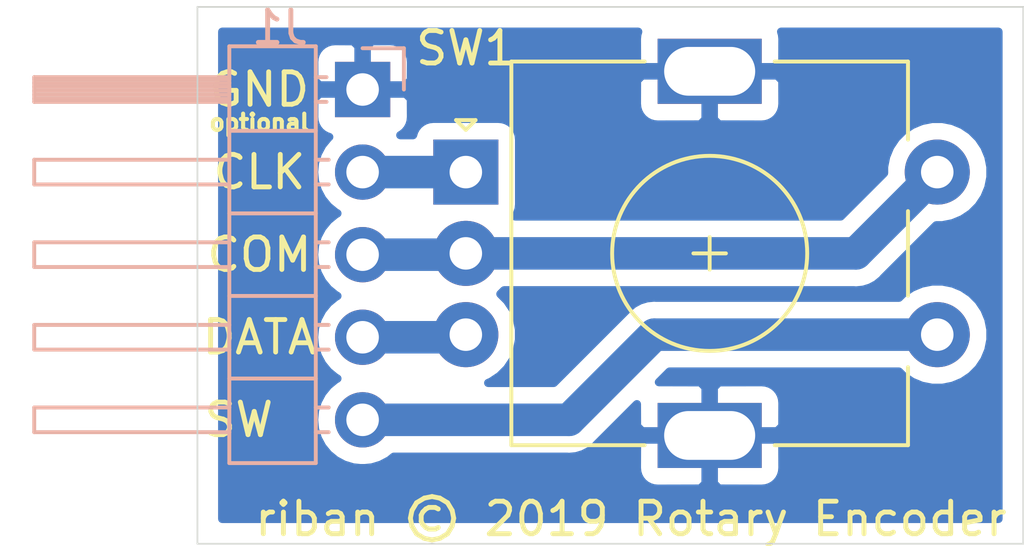
<source format=kicad_pcb>
(kicad_pcb (version 20171130) (host pcbnew "(5.1.0)-1")

  (general
    (thickness 1.6)
    (drawings 11)
    (tracks 12)
    (zones 0)
    (modules 2)
    (nets 6)
  )

  (page A4)
  (layers
    (0 F.Cu signal)
    (31 B.Cu signal)
    (32 B.Adhes user)
    (33 F.Adhes user)
    (34 B.Paste user)
    (35 F.Paste user)
    (36 B.SilkS user)
    (37 F.SilkS user)
    (38 B.Mask user)
    (39 F.Mask user)
    (40 Dwgs.User user)
    (41 Cmts.User user)
    (42 Eco1.User user)
    (43 Eco2.User user)
    (44 Edge.Cuts user)
    (45 Margin user)
    (46 B.CrtYd user)
    (47 F.CrtYd user)
    (48 B.Fab user)
    (49 F.Fab user)
  )

  (setup
    (last_trace_width 0.25)
    (trace_clearance 0.2)
    (zone_clearance 0.508)
    (zone_45_only no)
    (trace_min 0.2)
    (via_size 0.8)
    (via_drill 0.4)
    (via_min_size 0.4)
    (via_min_drill 0.3)
    (uvia_size 0.3)
    (uvia_drill 0.1)
    (uvias_allowed no)
    (uvia_min_size 0.2)
    (uvia_min_drill 0.1)
    (edge_width 0.05)
    (segment_width 0.2)
    (pcb_text_width 0.3)
    (pcb_text_size 1.5 1.5)
    (mod_edge_width 0.12)
    (mod_text_size 1 1)
    (mod_text_width 0.15)
    (pad_size 1.7 1.7)
    (pad_drill 1)
    (pad_to_mask_clearance 0.051)
    (solder_mask_min_width 0.25)
    (aux_axis_origin 0 0)
    (visible_elements 7FFFFFFF)
    (pcbplotparams
      (layerselection 0x010fc_ffffffff)
      (usegerberextensions false)
      (usegerberattributes false)
      (usegerberadvancedattributes false)
      (creategerberjobfile false)
      (excludeedgelayer true)
      (linewidth 0.100000)
      (plotframeref false)
      (viasonmask false)
      (mode 1)
      (useauxorigin false)
      (hpglpennumber 1)
      (hpglpenspeed 20)
      (hpglpendiameter 15.000000)
      (psnegative false)
      (psa4output false)
      (plotreference true)
      (plotvalue true)
      (plotinvisibletext false)
      (padsonsilk false)
      (subtractmaskfromsilk false)
      (outputformat 1)
      (mirror false)
      (drillshape 1)
      (scaleselection 1)
      (outputdirectory ""))
  )

  (net 0 "")
  (net 1 "Net-(J1-Pad2)")
  (net 2 "Net-(J1-Pad3)")
  (net 3 "Net-(J1-Pad4)")
  (net 4 GND)
  (net 5 "Net-(J1-Pad5)")

  (net_class Default "This is the default net class."
    (clearance 0.2)
    (trace_width 0.25)
    (via_dia 0.8)
    (via_drill 0.4)
    (uvia_dia 0.3)
    (uvia_drill 0.1)
    (add_net GND)
    (add_net "Net-(J1-Pad2)")
    (add_net "Net-(J1-Pad3)")
    (add_net "Net-(J1-Pad4)")
    (add_net "Net-(J1-Pad5)")
  )

  (module Rotary_Encoder:RotaryEncoder_Alps_EC11E-Switch_Vertical_H20mm (layer F.Cu) (tedit 5C9FAE74) (tstamp 5C9F3136)
    (at 114.935 49.53)
    (descr "Alps rotary encoder, EC12E... with switch, vertical shaft, http://www.alps.com/prod/info/E/HTML/Encoder/Incremental/EC11/EC11E15204A3.html")
    (tags "rotary encoder")
    (path /5C9E48B9)
    (fp_text reference SW1 (at 0 -3.81) (layer F.SilkS)
      (effects (font (size 1 1) (thickness 0.15)))
    )
    (fp_text value Rotary_Encoder_Switch (at 7.5 10.4) (layer F.Fab)
      (effects (font (size 1 1) (thickness 0.15)))
    )
    (fp_text user %R (at 11.1 6.3) (layer F.Fab)
      (effects (font (size 1 1) (thickness 0.15)))
    )
    (fp_line (start 7 2.5) (end 8 2.5) (layer F.SilkS) (width 0.12))
    (fp_line (start 7.5 2) (end 7.5 3) (layer F.SilkS) (width 0.12))
    (fp_line (start 13.6 6) (end 13.6 8.4) (layer F.SilkS) (width 0.12))
    (fp_line (start 13.6 1.2) (end 13.6 3.8) (layer F.SilkS) (width 0.12))
    (fp_line (start 13.6 -3.4) (end 13.6 -1) (layer F.SilkS) (width 0.12))
    (fp_line (start 4.5 2.5) (end 10.5 2.5) (layer F.Fab) (width 0.12))
    (fp_line (start 7.5 -0.5) (end 7.5 5.5) (layer F.Fab) (width 0.12))
    (fp_line (start 0.3 -1.6) (end 0 -1.3) (layer F.SilkS) (width 0.12))
    (fp_line (start -0.3 -1.6) (end 0.3 -1.6) (layer F.SilkS) (width 0.12))
    (fp_line (start 0 -1.3) (end -0.3 -1.6) (layer F.SilkS) (width 0.12))
    (fp_line (start 1.4 -3.4) (end 1.4 8.4) (layer F.SilkS) (width 0.12))
    (fp_line (start 5.5 -3.4) (end 1.4 -3.4) (layer F.SilkS) (width 0.12))
    (fp_line (start 5.5 8.4) (end 1.4 8.4) (layer F.SilkS) (width 0.12))
    (fp_line (start 13.6 8.4) (end 9.5 8.4) (layer F.SilkS) (width 0.12))
    (fp_line (start 9.5 -3.4) (end 13.6 -3.4) (layer F.SilkS) (width 0.12))
    (fp_line (start 1.5 -2.2) (end 2.5 -3.3) (layer F.Fab) (width 0.12))
    (fp_line (start 1.5 8.3) (end 1.5 -2.2) (layer F.Fab) (width 0.12))
    (fp_line (start 13.5 8.3) (end 1.5 8.3) (layer F.Fab) (width 0.12))
    (fp_line (start 13.5 -3.3) (end 13.5 8.3) (layer F.Fab) (width 0.12))
    (fp_line (start 2.5 -3.3) (end 13.5 -3.3) (layer F.Fab) (width 0.12))
    (fp_line (start -1.5 -4.6) (end 16 -4.6) (layer F.CrtYd) (width 0.05))
    (fp_line (start -1.5 -4.6) (end -1.5 9.6) (layer F.CrtYd) (width 0.05))
    (fp_line (start 16 9.6) (end 16 -4.6) (layer F.CrtYd) (width 0.05))
    (fp_line (start 16 9.6) (end -1.5 9.6) (layer F.CrtYd) (width 0.05))
    (fp_circle (center 7.5 2.5) (end 10.5 2.5) (layer F.SilkS) (width 0.12))
    (fp_circle (center 7.5 2.5) (end 10.5 2.5) (layer F.Fab) (width 0.12))
    (pad S1 thru_hole circle (at 14.5 5) (size 2 2) (drill 1) (layers *.Cu *.Mask)
      (net 5 "Net-(J1-Pad5)"))
    (pad S2 thru_hole circle (at 14.5 0) (size 2 2) (drill 1) (layers *.Cu *.Mask)
      (net 2 "Net-(J1-Pad3)"))
    (pad MP thru_hole rect (at 7.5 8.1) (size 3.2 2) (drill oval 2.8 1.5) (layers *.Cu *.Mask)
      (net 4 GND))
    (pad MP thru_hole rect (at 7.5 -3.1) (size 3.2 2) (drill oval 2.8 1.5) (layers *.Cu *.Mask)
      (net 4 GND))
    (pad B thru_hole circle (at 0 5) (size 2 2) (drill 1) (layers *.Cu *.Mask)
      (net 3 "Net-(J1-Pad4)"))
    (pad C thru_hole circle (at 0 2.5) (size 2 2) (drill 1) (layers *.Cu *.Mask)
      (net 2 "Net-(J1-Pad3)"))
    (pad A thru_hole rect (at 0 0) (size 2 2) (drill 1) (layers *.Cu *.Mask)
      (net 1 "Net-(J1-Pad2)"))
    (model ${KISYS3DMOD}/Rotary_Encoders.3dshapes/RotaryEncoder.wrl
      (offset (xyz 7.5 -2.5 5))
      (scale (xyz 1 1 1))
      (rotate (xyz 90 0 90))
    )
  )

  (module Connector_PinHeader_2.54mm:PinHeader_1x05_P2.54mm_Horizontal (layer B.Cu) (tedit 5C9FAECA) (tstamp 5C9F3B59)
    (at 111.76 46.99 180)
    (descr "Through hole angled pin header, 1x05, 2.54mm pitch, 6mm pin length, single row")
    (tags "Through hole angled pin header THT 1x05 2.54mm single row")
    (path /5C9F3541)
    (fp_text reference J1 (at 2.54 1.905 180) (layer B.SilkS)
      (effects (font (size 1 1) (thickness 0.15)) (justify mirror))
    )
    (fp_text value Conn_01x05_Male (at 4.385 -12.43 180) (layer B.Fab)
      (effects (font (size 1 1) (thickness 0.15)) (justify mirror))
    )
    (fp_line (start 2.135 1.27) (end 4.04 1.27) (layer B.Fab) (width 0.1))
    (fp_line (start 4.04 1.27) (end 4.04 -11.43) (layer B.Fab) (width 0.1))
    (fp_line (start 4.04 -11.43) (end 1.5 -11.43) (layer B.Fab) (width 0.1))
    (fp_line (start 1.5 -11.43) (end 1.5 0.635) (layer B.Fab) (width 0.1))
    (fp_line (start 1.5 0.635) (end 2.135 1.27) (layer B.Fab) (width 0.1))
    (fp_line (start -0.32 0.32) (end 1.5 0.32) (layer B.Fab) (width 0.1))
    (fp_line (start -0.32 0.32) (end -0.32 -0.32) (layer B.Fab) (width 0.1))
    (fp_line (start -0.32 -0.32) (end 1.5 -0.32) (layer B.Fab) (width 0.1))
    (fp_line (start 4.04 0.32) (end 10.04 0.32) (layer B.Fab) (width 0.1))
    (fp_line (start 10.04 0.32) (end 10.04 -0.32) (layer B.Fab) (width 0.1))
    (fp_line (start 4.04 -0.32) (end 10.04 -0.32) (layer B.Fab) (width 0.1))
    (fp_line (start -0.32 -2.22) (end 1.5 -2.22) (layer B.Fab) (width 0.1))
    (fp_line (start -0.32 -2.22) (end -0.32 -2.86) (layer B.Fab) (width 0.1))
    (fp_line (start -0.32 -2.86) (end 1.5 -2.86) (layer B.Fab) (width 0.1))
    (fp_line (start 4.04 -2.22) (end 10.04 -2.22) (layer B.Fab) (width 0.1))
    (fp_line (start 10.04 -2.22) (end 10.04 -2.86) (layer B.Fab) (width 0.1))
    (fp_line (start 4.04 -2.86) (end 10.04 -2.86) (layer B.Fab) (width 0.1))
    (fp_line (start -0.32 -4.76) (end 1.5 -4.76) (layer B.Fab) (width 0.1))
    (fp_line (start -0.32 -4.76) (end -0.32 -5.4) (layer B.Fab) (width 0.1))
    (fp_line (start -0.32 -5.4) (end 1.5 -5.4) (layer B.Fab) (width 0.1))
    (fp_line (start 4.04 -4.76) (end 10.04 -4.76) (layer B.Fab) (width 0.1))
    (fp_line (start 10.04 -4.76) (end 10.04 -5.4) (layer B.Fab) (width 0.1))
    (fp_line (start 4.04 -5.4) (end 10.04 -5.4) (layer B.Fab) (width 0.1))
    (fp_line (start -0.32 -7.3) (end 1.5 -7.3) (layer B.Fab) (width 0.1))
    (fp_line (start -0.32 -7.3) (end -0.32 -7.94) (layer B.Fab) (width 0.1))
    (fp_line (start -0.32 -7.94) (end 1.5 -7.94) (layer B.Fab) (width 0.1))
    (fp_line (start 4.04 -7.3) (end 10.04 -7.3) (layer B.Fab) (width 0.1))
    (fp_line (start 10.04 -7.3) (end 10.04 -7.94) (layer B.Fab) (width 0.1))
    (fp_line (start 4.04 -7.94) (end 10.04 -7.94) (layer B.Fab) (width 0.1))
    (fp_line (start -0.32 -9.84) (end 1.5 -9.84) (layer B.Fab) (width 0.1))
    (fp_line (start -0.32 -9.84) (end -0.32 -10.48) (layer B.Fab) (width 0.1))
    (fp_line (start -0.32 -10.48) (end 1.5 -10.48) (layer B.Fab) (width 0.1))
    (fp_line (start 4.04 -9.84) (end 10.04 -9.84) (layer B.Fab) (width 0.1))
    (fp_line (start 10.04 -9.84) (end 10.04 -10.48) (layer B.Fab) (width 0.1))
    (fp_line (start 4.04 -10.48) (end 10.04 -10.48) (layer B.Fab) (width 0.1))
    (fp_line (start 1.44 1.33) (end 1.44 -11.49) (layer B.SilkS) (width 0.12))
    (fp_line (start 1.44 -11.49) (end 4.1 -11.49) (layer B.SilkS) (width 0.12))
    (fp_line (start 4.1 -11.49) (end 4.1 1.33) (layer B.SilkS) (width 0.12))
    (fp_line (start 4.1 1.33) (end 1.44 1.33) (layer B.SilkS) (width 0.12))
    (fp_line (start 4.1 0.38) (end 10.1 0.38) (layer B.SilkS) (width 0.12))
    (fp_line (start 10.1 0.38) (end 10.1 -0.38) (layer B.SilkS) (width 0.12))
    (fp_line (start 10.1 -0.38) (end 4.1 -0.38) (layer B.SilkS) (width 0.12))
    (fp_line (start 4.1 0.32) (end 10.1 0.32) (layer B.SilkS) (width 0.12))
    (fp_line (start 4.1 0.2) (end 10.1 0.2) (layer B.SilkS) (width 0.12))
    (fp_line (start 4.1 0.08) (end 10.1 0.08) (layer B.SilkS) (width 0.12))
    (fp_line (start 4.1 -0.04) (end 10.1 -0.04) (layer B.SilkS) (width 0.12))
    (fp_line (start 4.1 -0.16) (end 10.1 -0.16) (layer B.SilkS) (width 0.12))
    (fp_line (start 4.1 -0.28) (end 10.1 -0.28) (layer B.SilkS) (width 0.12))
    (fp_line (start 1.11 0.38) (end 1.44 0.38) (layer B.SilkS) (width 0.12))
    (fp_line (start 1.11 -0.38) (end 1.44 -0.38) (layer B.SilkS) (width 0.12))
    (fp_line (start 1.44 -1.27) (end 4.1 -1.27) (layer B.SilkS) (width 0.12))
    (fp_line (start 4.1 -2.16) (end 10.1 -2.16) (layer B.SilkS) (width 0.12))
    (fp_line (start 10.1 -2.16) (end 10.1 -2.92) (layer B.SilkS) (width 0.12))
    (fp_line (start 10.1 -2.92) (end 4.1 -2.92) (layer B.SilkS) (width 0.12))
    (fp_line (start 1.042929 -2.16) (end 1.44 -2.16) (layer B.SilkS) (width 0.12))
    (fp_line (start 1.042929 -2.92) (end 1.44 -2.92) (layer B.SilkS) (width 0.12))
    (fp_line (start 1.44 -3.81) (end 4.1 -3.81) (layer B.SilkS) (width 0.12))
    (fp_line (start 4.1 -4.7) (end 10.1 -4.7) (layer B.SilkS) (width 0.12))
    (fp_line (start 10.1 -4.7) (end 10.1 -5.46) (layer B.SilkS) (width 0.12))
    (fp_line (start 10.1 -5.46) (end 4.1 -5.46) (layer B.SilkS) (width 0.12))
    (fp_line (start 1.042929 -4.7) (end 1.44 -4.7) (layer B.SilkS) (width 0.12))
    (fp_line (start 1.042929 -5.46) (end 1.44 -5.46) (layer B.SilkS) (width 0.12))
    (fp_line (start 1.44 -6.35) (end 4.1 -6.35) (layer B.SilkS) (width 0.12))
    (fp_line (start 4.1 -7.24) (end 10.1 -7.24) (layer B.SilkS) (width 0.12))
    (fp_line (start 10.1 -7.24) (end 10.1 -8) (layer B.SilkS) (width 0.12))
    (fp_line (start 10.1 -8) (end 4.1 -8) (layer B.SilkS) (width 0.12))
    (fp_line (start 1.042929 -7.24) (end 1.44 -7.24) (layer B.SilkS) (width 0.12))
    (fp_line (start 1.042929 -8) (end 1.44 -8) (layer B.SilkS) (width 0.12))
    (fp_line (start 1.44 -8.89) (end 4.1 -8.89) (layer B.SilkS) (width 0.12))
    (fp_line (start 4.1 -9.78) (end 10.1 -9.78) (layer B.SilkS) (width 0.12))
    (fp_line (start 10.1 -9.78) (end 10.1 -10.54) (layer B.SilkS) (width 0.12))
    (fp_line (start 10.1 -10.54) (end 4.1 -10.54) (layer B.SilkS) (width 0.12))
    (fp_line (start 1.042929 -9.78) (end 1.44 -9.78) (layer B.SilkS) (width 0.12))
    (fp_line (start 1.042929 -10.54) (end 1.44 -10.54) (layer B.SilkS) (width 0.12))
    (fp_line (start -1.27 0) (end -1.27 1.27) (layer B.SilkS) (width 0.12))
    (fp_line (start -1.27 1.27) (end 0 1.27) (layer B.SilkS) (width 0.12))
    (fp_line (start -1.8 1.8) (end -1.8 -11.95) (layer B.CrtYd) (width 0.05))
    (fp_line (start -1.8 -11.95) (end 10.55 -11.95) (layer B.CrtYd) (width 0.05))
    (fp_line (start 10.55 -11.95) (end 10.55 1.8) (layer B.CrtYd) (width 0.05))
    (fp_line (start 10.55 1.8) (end -1.8 1.8) (layer B.CrtYd) (width 0.05))
    (fp_text user %R (at 2.77 -5.08 90) (layer B.Fab)
      (effects (font (size 1 1) (thickness 0.15)) (justify mirror))
    )
    (pad 1 thru_hole rect (at 0 0 180) (size 1.7 1.7) (drill 1) (layers *.Cu *.Mask)
      (net 4 GND))
    (pad 2 thru_hole oval (at 0 -2.54 180) (size 1.7 1.7) (drill 1) (layers *.Cu *.Mask)
      (net 1 "Net-(J1-Pad2)"))
    (pad 3 thru_hole oval (at 0 -5.08 180) (size 1.7 1.7) (drill 1) (layers *.Cu *.Mask)
      (net 2 "Net-(J1-Pad3)"))
    (pad 4 thru_hole oval (at 0 -7.62 180) (size 1.7 1.7) (drill 1) (layers *.Cu *.Mask)
      (net 3 "Net-(J1-Pad4)"))
    (pad 5 thru_hole oval (at 0 -10.16 180) (size 1.7 1.7) (drill 1) (layers *.Cu *.Mask)
      (net 5 "Net-(J1-Pad5)"))
    (model ${KISYS3DMOD}/Connector_PinHeader_2.54mm.3dshapes/PinHeader_1x05_P2.54mm_Horizontal.wrl
      (at (xyz 0 0 0))
      (scale (xyz 1 1 1))
      (rotate (xyz 0 0 0))
    )
  )

  (gr_text optional (at 108.585 48.006) (layer F.SilkS)
    (effects (font (size 0.5 0.5) (thickness 0.125)))
  )
  (gr_text GND (at 108.585 46.99) (layer F.SilkS) (tstamp 5C9F4512)
    (effects (font (size 1 1) (thickness 0.15)))
  )
  (gr_text CLK (at 108.585 49.53) (layer F.SilkS)
    (effects (font (size 1 1) (thickness 0.15)))
  )
  (gr_text COM (at 108.585 52.07) (layer F.SilkS)
    (effects (font (size 1 1) (thickness 0.15)))
  )
  (gr_text DATA (at 108.585 54.61) (layer F.SilkS)
    (effects (font (size 1 1) (thickness 0.15)))
  )
  (gr_text SW (at 107.95 57.15) (layer F.SilkS)
    (effects (font (size 1 1) (thickness 0.15)))
  )
  (gr_text "riban © 2019 Rotary Encoder" (at 120.015 60.198) (layer F.SilkS)
    (effects (font (size 1 1) (thickness 0.15)))
  )
  (gr_line (start 106.68 60.96) (end 106.68 44.45) (layer Edge.Cuts) (width 0.05) (tstamp 5C9E9AEF))
  (gr_line (start 132.08 60.96) (end 106.68 60.96) (layer Edge.Cuts) (width 0.05))
  (gr_line (start 132.08 44.45) (end 132.08 60.96) (layer Edge.Cuts) (width 0.05))
  (gr_line (start 106.68 44.45) (end 132.08 44.45) (layer Edge.Cuts) (width 0.05))

  (segment (start 111.76 49.53) (end 114.935 49.53) (width 1) (layer B.Cu) (net 1) (status 30))
  (segment (start 114.895 52.705) (end 114.935 52.665) (width 0.25) (layer B.Cu) (net 2) (status 30))
  (segment (start 114.895 52.07) (end 114.935 52.03) (width 0.25) (layer B.Cu) (net 2) (status 30))
  (segment (start 126.935 52.03) (end 129.435 49.53) (width 1) (layer B.Cu) (net 2) (status 20))
  (segment (start 114.935 52.03) (end 126.935 52.03) (width 1) (layer B.Cu) (net 2) (status 10))
  (segment (start 111.76 52.07) (end 114.895 52.07) (width 1) (layer B.Cu) (net 2) (status 30))
  (segment (start 114.855 55.245) (end 114.935 55.165) (width 0.25) (layer B.Cu) (net 3) (status 30))
  (segment (start 114.855 54.61) (end 114.935 54.53) (width 0.25) (layer B.Cu) (net 3) (status 30))
  (segment (start 111.76 54.61) (end 114.855 54.61) (width 1) (layer B.Cu) (net 3) (status 30))
  (segment (start 120.73 54.53) (end 129.435 54.53) (width 1) (layer B.Cu) (net 5) (status 20))
  (segment (start 111.76 57.15) (end 118.11 57.15) (width 1) (layer B.Cu) (net 5) (status 10))
  (segment (start 118.11 57.15) (end 120.73 54.53) (width 1) (layer B.Cu) (net 5))

  (zone (net 4) (net_name GND) (layer B.Cu) (tstamp 0) (hatch edge 0.508)
    (priority 1)
    (connect_pads (clearance 0.508))
    (min_thickness 0.254)
    (fill yes (arc_segments 32) (thermal_gap 0.508) (thermal_bridge_width 0.508))
    (polygon
      (pts
        (xy 107.315 45.085) (xy 131.445 45.085) (xy 131.445 60.325) (xy 107.315 60.325)
      )
    )
    (filled_polygon
      (pts
        (xy 120.209188 45.305518) (xy 120.196928 45.43) (xy 120.2 46.14425) (xy 120.35875 46.303) (xy 122.308 46.303)
        (xy 122.308 46.283) (xy 122.562 46.283) (xy 122.562 46.303) (xy 124.51125 46.303) (xy 124.67 46.14425)
        (xy 124.673072 45.43) (xy 124.660812 45.305518) (xy 124.632444 45.212) (xy 131.318 45.212) (xy 131.318 60.198)
        (xy 107.442 60.198) (xy 107.442 49.53) (xy 110.267815 49.53) (xy 110.296487 49.821111) (xy 110.381401 50.101034)
        (xy 110.519294 50.359014) (xy 110.704866 50.585134) (xy 110.930986 50.770706) (xy 110.985791 50.8) (xy 110.930986 50.829294)
        (xy 110.704866 51.014866) (xy 110.519294 51.240986) (xy 110.381401 51.498966) (xy 110.296487 51.778889) (xy 110.267815 52.07)
        (xy 110.296487 52.361111) (xy 110.381401 52.641034) (xy 110.519294 52.899014) (xy 110.704866 53.125134) (xy 110.930986 53.310706)
        (xy 110.985791 53.34) (xy 110.930986 53.369294) (xy 110.704866 53.554866) (xy 110.519294 53.780986) (xy 110.381401 54.038966)
        (xy 110.296487 54.318889) (xy 110.267815 54.61) (xy 110.296487 54.901111) (xy 110.381401 55.181034) (xy 110.519294 55.439014)
        (xy 110.704866 55.665134) (xy 110.930986 55.850706) (xy 110.985791 55.88) (xy 110.930986 55.909294) (xy 110.704866 56.094866)
        (xy 110.519294 56.320986) (xy 110.381401 56.578966) (xy 110.296487 56.858889) (xy 110.267815 57.15) (xy 110.296487 57.441111)
        (xy 110.381401 57.721034) (xy 110.519294 57.979014) (xy 110.704866 58.205134) (xy 110.930986 58.390706) (xy 111.188966 58.528599)
        (xy 111.468889 58.613513) (xy 111.68705 58.635) (xy 111.83295 58.635) (xy 111.883715 58.63) (xy 120.196928 58.63)
        (xy 120.209188 58.754482) (xy 120.245498 58.87418) (xy 120.304463 58.984494) (xy 120.383815 59.081185) (xy 120.480506 59.160537)
        (xy 120.59082 59.219502) (xy 120.710518 59.255812) (xy 120.835 59.268072) (xy 122.14925 59.265) (xy 122.308 59.10625)
        (xy 122.308 57.757) (xy 122.562 57.757) (xy 122.562 59.10625) (xy 122.72075 59.265) (xy 124.035 59.268072)
        (xy 124.159482 59.255812) (xy 124.27918 59.219502) (xy 124.389494 59.160537) (xy 124.486185 59.081185) (xy 124.565537 58.984494)
        (xy 124.624502 58.87418) (xy 124.660812 58.754482) (xy 124.673072 58.63) (xy 124.67 57.91575) (xy 124.51125 57.757)
        (xy 122.562 57.757) (xy 122.308 57.757) (xy 120.35875 57.757) (xy 120.2 57.91575) (xy 120.196928 58.63)
        (xy 111.883715 58.63) (xy 112.051111 58.613513) (xy 112.331034 58.528599) (xy 112.589014 58.390706) (xy 112.717817 58.285)
        (xy 118.054249 58.285) (xy 118.11 58.290491) (xy 118.165751 58.285) (xy 118.165752 58.285) (xy 118.332499 58.268577)
        (xy 118.546447 58.203676) (xy 118.743623 58.098284) (xy 118.916449 57.956449) (xy 118.951996 57.913135) (xy 120.197092 56.66804)
        (xy 120.2 57.34425) (xy 120.35875 57.503) (xy 122.308 57.503) (xy 122.308 56.15375) (xy 122.562 56.15375)
        (xy 122.562 57.503) (xy 124.51125 57.503) (xy 124.67 57.34425) (xy 124.673072 56.63) (xy 124.660812 56.505518)
        (xy 124.624502 56.38582) (xy 124.565537 56.275506) (xy 124.486185 56.178815) (xy 124.389494 56.099463) (xy 124.27918 56.040498)
        (xy 124.159482 56.004188) (xy 124.035 55.991928) (xy 122.72075 55.995) (xy 122.562 56.15375) (xy 122.308 56.15375)
        (xy 122.14925 55.995) (xy 120.873115 55.992017) (xy 121.200133 55.665) (xy 128.257761 55.665) (xy 128.392748 55.799987)
        (xy 128.660537 55.978918) (xy 128.958088 56.102168) (xy 129.273967 56.165) (xy 129.596033 56.165) (xy 129.911912 56.102168)
        (xy 130.209463 55.978918) (xy 130.477252 55.799987) (xy 130.704987 55.572252) (xy 130.883918 55.304463) (xy 131.007168 55.006912)
        (xy 131.07 54.691033) (xy 131.07 54.368967) (xy 131.007168 54.053088) (xy 130.883918 53.755537) (xy 130.704987 53.487748)
        (xy 130.477252 53.260013) (xy 130.209463 53.081082) (xy 129.911912 52.957832) (xy 129.596033 52.895) (xy 129.273967 52.895)
        (xy 128.958088 52.957832) (xy 128.660537 53.081082) (xy 128.392748 53.260013) (xy 128.257761 53.395) (xy 120.785752 53.395)
        (xy 120.73 53.389509) (xy 120.507501 53.411423) (xy 120.293553 53.476324) (xy 120.096377 53.581716) (xy 119.966856 53.688011)
        (xy 119.966854 53.688013) (xy 119.923551 53.723551) (xy 119.888013 53.766854) (xy 117.639869 56.015) (xy 115.622354 56.015)
        (xy 115.709463 55.978918) (xy 115.977252 55.799987) (xy 116.204987 55.572252) (xy 116.383918 55.304463) (xy 116.507168 55.006912)
        (xy 116.57 54.691033) (xy 116.57 54.368967) (xy 116.507168 54.053088) (xy 116.383918 53.755537) (xy 116.204987 53.487748)
        (xy 115.997239 53.28) (xy 116.112239 53.165) (xy 126.879249 53.165) (xy 126.935 53.170491) (xy 126.990751 53.165)
        (xy 126.990752 53.165) (xy 127.157499 53.148577) (xy 127.371447 53.083676) (xy 127.568623 52.978284) (xy 127.741449 52.836449)
        (xy 127.776996 52.793135) (xy 129.405132 51.165) (xy 129.596033 51.165) (xy 129.911912 51.102168) (xy 130.209463 50.978918)
        (xy 130.477252 50.799987) (xy 130.704987 50.572252) (xy 130.883918 50.304463) (xy 131.007168 50.006912) (xy 131.07 49.691033)
        (xy 131.07 49.368967) (xy 131.007168 49.053088) (xy 130.883918 48.755537) (xy 130.704987 48.487748) (xy 130.477252 48.260013)
        (xy 130.209463 48.081082) (xy 129.911912 47.957832) (xy 129.596033 47.895) (xy 129.273967 47.895) (xy 128.958088 47.957832)
        (xy 128.660537 48.081082) (xy 128.392748 48.260013) (xy 128.165013 48.487748) (xy 127.986082 48.755537) (xy 127.862832 49.053088)
        (xy 127.8 49.368967) (xy 127.8 49.559868) (xy 126.464869 50.895) (xy 116.456915 50.895) (xy 116.465537 50.884494)
        (xy 116.524502 50.77418) (xy 116.560812 50.654482) (xy 116.573072 50.53) (xy 116.573072 48.53) (xy 116.560812 48.405518)
        (xy 116.524502 48.28582) (xy 116.465537 48.175506) (xy 116.386185 48.078815) (xy 116.289494 47.999463) (xy 116.17918 47.940498)
        (xy 116.059482 47.904188) (xy 115.935 47.891928) (xy 113.935 47.891928) (xy 113.810518 47.904188) (xy 113.69082 47.940498)
        (xy 113.580506 47.999463) (xy 113.483815 48.078815) (xy 113.404463 48.175506) (xy 113.345498 48.28582) (xy 113.312379 48.395)
        (xy 112.918728 48.395) (xy 112.964494 48.370537) (xy 113.061185 48.291185) (xy 113.140537 48.194494) (xy 113.199502 48.08418)
        (xy 113.235812 47.964482) (xy 113.248072 47.84) (xy 113.24584 47.43) (xy 120.196928 47.43) (xy 120.209188 47.554482)
        (xy 120.245498 47.67418) (xy 120.304463 47.784494) (xy 120.383815 47.881185) (xy 120.480506 47.960537) (xy 120.59082 48.019502)
        (xy 120.710518 48.055812) (xy 120.835 48.068072) (xy 122.14925 48.065) (xy 122.308 47.90625) (xy 122.308 46.557)
        (xy 122.562 46.557) (xy 122.562 47.90625) (xy 122.72075 48.065) (xy 124.035 48.068072) (xy 124.159482 48.055812)
        (xy 124.27918 48.019502) (xy 124.389494 47.960537) (xy 124.486185 47.881185) (xy 124.565537 47.784494) (xy 124.624502 47.67418)
        (xy 124.660812 47.554482) (xy 124.673072 47.43) (xy 124.67 46.71575) (xy 124.51125 46.557) (xy 122.562 46.557)
        (xy 122.308 46.557) (xy 120.35875 46.557) (xy 120.2 46.71575) (xy 120.196928 47.43) (xy 113.24584 47.43)
        (xy 113.245 47.27575) (xy 113.08625 47.117) (xy 111.887 47.117) (xy 111.887 47.137) (xy 111.633 47.137)
        (xy 111.633 47.117) (xy 110.43375 47.117) (xy 110.275 47.27575) (xy 110.271928 47.84) (xy 110.284188 47.964482)
        (xy 110.320498 48.08418) (xy 110.379463 48.194494) (xy 110.458815 48.291185) (xy 110.555506 48.370537) (xy 110.66582 48.429502)
        (xy 110.734687 48.450393) (xy 110.704866 48.474866) (xy 110.519294 48.700986) (xy 110.381401 48.958966) (xy 110.296487 49.238889)
        (xy 110.267815 49.53) (xy 107.442 49.53) (xy 107.442 46.14) (xy 110.271928 46.14) (xy 110.275 46.70425)
        (xy 110.43375 46.863) (xy 111.633 46.863) (xy 111.633 45.66375) (xy 111.887 45.66375) (xy 111.887 46.863)
        (xy 113.08625 46.863) (xy 113.245 46.70425) (xy 113.248072 46.14) (xy 113.235812 46.015518) (xy 113.199502 45.89582)
        (xy 113.140537 45.785506) (xy 113.061185 45.688815) (xy 112.964494 45.609463) (xy 112.85418 45.550498) (xy 112.734482 45.514188)
        (xy 112.61 45.501928) (xy 112.04575 45.505) (xy 111.887 45.66375) (xy 111.633 45.66375) (xy 111.47425 45.505)
        (xy 110.91 45.501928) (xy 110.785518 45.514188) (xy 110.66582 45.550498) (xy 110.555506 45.609463) (xy 110.458815 45.688815)
        (xy 110.379463 45.785506) (xy 110.320498 45.89582) (xy 110.284188 46.015518) (xy 110.271928 46.14) (xy 107.442 46.14)
        (xy 107.442 45.212) (xy 120.237556 45.212)
      )
    )
  )
)

</source>
